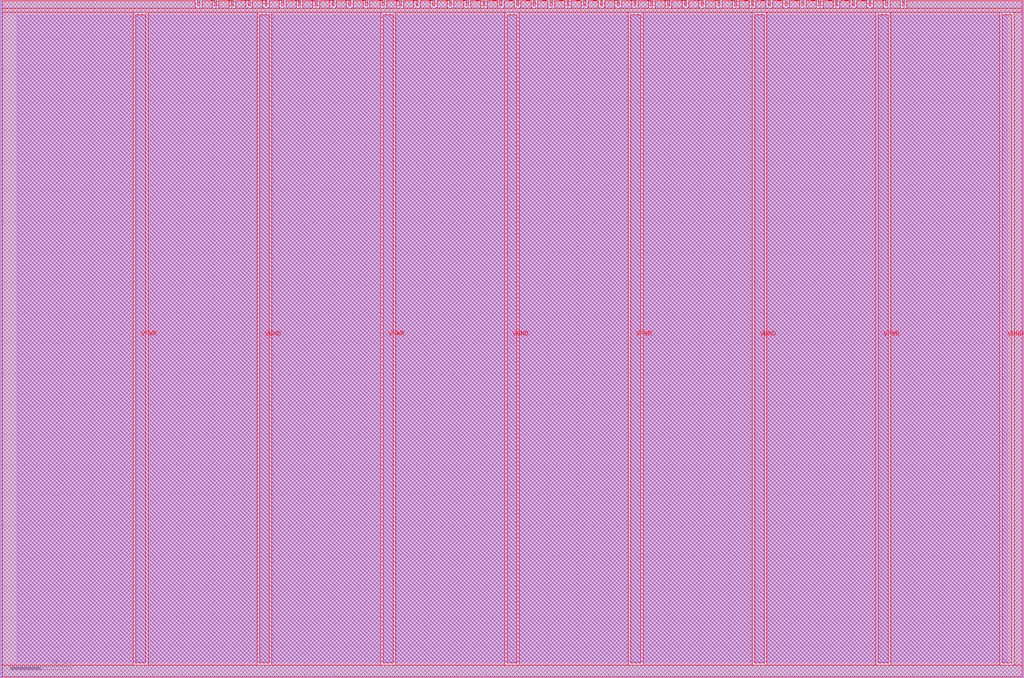
<source format=lef>
VERSION 5.7 ;
  NOWIREEXTENSIONATPIN ON ;
  DIVIDERCHAR "/" ;
  BUSBITCHARS "[]" ;
MACRO tt_um_MichaelBell_spi_peri_dup
  CLASS BLOCK ;
  FOREIGN tt_um_MichaelBell_spi_peri_dup ;
  ORIGIN 0.000 0.000 ;
  SIZE 168.360 BY 111.520 ;
  PIN VGND
    DIRECTION INOUT ;
    USE GROUND ;
    PORT
      LAYER met4 ;
        RECT 42.670 2.480 44.270 109.040 ;
    END
    PORT
      LAYER met4 ;
        RECT 83.380 2.480 84.980 109.040 ;
    END
    PORT
      LAYER met4 ;
        RECT 124.090 2.480 125.690 109.040 ;
    END
    PORT
      LAYER met4 ;
        RECT 164.800 2.480 166.400 109.040 ;
    END
  END VGND
  PIN VPWR
    DIRECTION INOUT ;
    USE POWER ;
    PORT
      LAYER met4 ;
        RECT 22.315 2.480 23.915 109.040 ;
    END
    PORT
      LAYER met4 ;
        RECT 63.025 2.480 64.625 109.040 ;
    END
    PORT
      LAYER met4 ;
        RECT 103.735 2.480 105.335 109.040 ;
    END
    PORT
      LAYER met4 ;
        RECT 144.445 2.480 146.045 109.040 ;
    END
  END VPWR
  PIN clk
    DIRECTION INPUT ;
    USE SIGNAL ;
    ANTENNAGATEAREA 0.213000 ;
    PORT
      LAYER met4 ;
        RECT 145.670 110.520 145.970 111.520 ;
    END
  END clk
  PIN ena
    DIRECTION INPUT ;
    USE SIGNAL ;
    ANTENNAGATEAREA 0.159000 ;
    PORT
      LAYER met4 ;
        RECT 148.430 110.520 148.730 111.520 ;
    END
  END ena
  PIN rst_n
    DIRECTION INPUT ;
    USE SIGNAL ;
    ANTENNAGATEAREA 0.196500 ;
    PORT
      LAYER met4 ;
        RECT 142.910 110.520 143.210 111.520 ;
    END
  END rst_n
  PIN ui_in[0]
    DIRECTION INPUT ;
    USE SIGNAL ;
    ANTENNAGATEAREA 0.852000 ;
    PORT
      LAYER met4 ;
        RECT 140.150 110.520 140.450 111.520 ;
    END
  END ui_in[0]
  PIN ui_in[1]
    DIRECTION INPUT ;
    USE SIGNAL ;
    ANTENNAGATEAREA 0.213000 ;
    PORT
      LAYER met4 ;
        RECT 137.390 110.520 137.690 111.520 ;
    END
  END ui_in[1]
  PIN ui_in[2]
    DIRECTION INPUT ;
    USE SIGNAL ;
    ANTENNAGATEAREA 0.213000 ;
    PORT
      LAYER met4 ;
        RECT 134.630 110.520 134.930 111.520 ;
    END
  END ui_in[2]
  PIN ui_in[3]
    DIRECTION INPUT ;
    USE SIGNAL ;
    ANTENNAGATEAREA 0.213000 ;
    PORT
      LAYER met4 ;
        RECT 131.870 110.520 132.170 111.520 ;
    END
  END ui_in[3]
  PIN ui_in[4]
    DIRECTION INPUT ;
    USE SIGNAL ;
    ANTENNAGATEAREA 0.159000 ;
    PORT
      LAYER met4 ;
        RECT 129.110 110.520 129.410 111.520 ;
    END
  END ui_in[4]
  PIN ui_in[5]
    DIRECTION INPUT ;
    USE SIGNAL ;
    ANTENNAGATEAREA 0.247500 ;
    PORT
      LAYER met4 ;
        RECT 126.350 110.520 126.650 111.520 ;
    END
  END ui_in[5]
  PIN ui_in[6]
    DIRECTION INPUT ;
    USE SIGNAL ;
    PORT
      LAYER met4 ;
        RECT 123.590 110.520 123.890 111.520 ;
    END
  END ui_in[6]
  PIN ui_in[7]
    DIRECTION INPUT ;
    USE SIGNAL ;
    PORT
      LAYER met4 ;
        RECT 120.830 110.520 121.130 111.520 ;
    END
  END ui_in[7]
  PIN uio_in[0]
    DIRECTION INPUT ;
    USE SIGNAL ;
    ANTENNAGATEAREA 0.159000 ;
    PORT
      LAYER met4 ;
        RECT 118.070 110.520 118.370 111.520 ;
    END
  END uio_in[0]
  PIN uio_in[1]
    DIRECTION INPUT ;
    USE SIGNAL ;
    ANTENNAGATEAREA 0.196500 ;
    PORT
      LAYER met4 ;
        RECT 115.310 110.520 115.610 111.520 ;
    END
  END uio_in[1]
  PIN uio_in[2]
    DIRECTION INPUT ;
    USE SIGNAL ;
    ANTENNAGATEAREA 0.196500 ;
    PORT
      LAYER met4 ;
        RECT 112.550 110.520 112.850 111.520 ;
    END
  END uio_in[2]
  PIN uio_in[3]
    DIRECTION INPUT ;
    USE SIGNAL ;
    ANTENNAGATEAREA 0.196500 ;
    PORT
      LAYER met4 ;
        RECT 109.790 110.520 110.090 111.520 ;
    END
  END uio_in[3]
  PIN uio_in[4]
    DIRECTION INPUT ;
    USE SIGNAL ;
    PORT
      LAYER met4 ;
        RECT 107.030 110.520 107.330 111.520 ;
    END
  END uio_in[4]
  PIN uio_in[5]
    DIRECTION INPUT ;
    USE SIGNAL ;
    PORT
      LAYER met4 ;
        RECT 104.270 110.520 104.570 111.520 ;
    END
  END uio_in[5]
  PIN uio_in[6]
    DIRECTION INPUT ;
    USE SIGNAL ;
    PORT
      LAYER met4 ;
        RECT 101.510 110.520 101.810 111.520 ;
    END
  END uio_in[6]
  PIN uio_in[7]
    DIRECTION INPUT ;
    USE SIGNAL ;
    PORT
      LAYER met4 ;
        RECT 98.750 110.520 99.050 111.520 ;
    END
  END uio_in[7]
  PIN uio_oe[0]
    DIRECTION OUTPUT TRISTATE ;
    USE SIGNAL ;
    ANTENNADIFFAREA 0.445500 ;
    PORT
      LAYER met4 ;
        RECT 51.830 110.520 52.130 111.520 ;
    END
  END uio_oe[0]
  PIN uio_oe[1]
    DIRECTION OUTPUT TRISTATE ;
    USE SIGNAL ;
    ANTENNAGATEAREA 0.126000 ;
    ANTENNADIFFAREA 0.891000 ;
    PORT
      LAYER met4 ;
        RECT 49.070 110.520 49.370 111.520 ;
    END
  END uio_oe[1]
  PIN uio_oe[2]
    DIRECTION OUTPUT TRISTATE ;
    USE SIGNAL ;
    ANTENNADIFFAREA 0.445500 ;
    PORT
      LAYER met4 ;
        RECT 46.310 110.520 46.610 111.520 ;
    END
  END uio_oe[2]
  PIN uio_oe[3]
    DIRECTION OUTPUT TRISTATE ;
    USE SIGNAL ;
    ANTENNAGATEAREA 0.565500 ;
    ANTENNADIFFAREA 0.891000 ;
    PORT
      LAYER met4 ;
        RECT 43.550 110.520 43.850 111.520 ;
    END
  END uio_oe[3]
  PIN uio_oe[4]
    DIRECTION OUTPUT TRISTATE ;
    USE SIGNAL ;
    PORT
      LAYER met4 ;
        RECT 40.790 110.520 41.090 111.520 ;
    END
  END uio_oe[4]
  PIN uio_oe[5]
    DIRECTION OUTPUT TRISTATE ;
    USE SIGNAL ;
    PORT
      LAYER met4 ;
        RECT 38.030 110.520 38.330 111.520 ;
    END
  END uio_oe[5]
  PIN uio_oe[6]
    DIRECTION OUTPUT TRISTATE ;
    USE SIGNAL ;
    PORT
      LAYER met4 ;
        RECT 35.270 110.520 35.570 111.520 ;
    END
  END uio_oe[6]
  PIN uio_oe[7]
    DIRECTION OUTPUT TRISTATE ;
    USE SIGNAL ;
    PORT
      LAYER met4 ;
        RECT 32.510 110.520 32.810 111.520 ;
    END
  END uio_oe[7]
  PIN uio_out[0]
    DIRECTION OUTPUT TRISTATE ;
    USE SIGNAL ;
    ANTENNADIFFAREA 1.336500 ;
    PORT
      LAYER met4 ;
        RECT 73.910 110.520 74.210 111.520 ;
    END
  END uio_out[0]
  PIN uio_out[1]
    DIRECTION OUTPUT TRISTATE ;
    USE SIGNAL ;
    ANTENNADIFFAREA 0.891000 ;
    PORT
      LAYER met4 ;
        RECT 71.150 110.520 71.450 111.520 ;
    END
  END uio_out[1]
  PIN uio_out[2]
    DIRECTION OUTPUT TRISTATE ;
    USE SIGNAL ;
    ANTENNADIFFAREA 1.782000 ;
    PORT
      LAYER met4 ;
        RECT 68.390 110.520 68.690 111.520 ;
    END
  END uio_out[2]
  PIN uio_out[3]
    DIRECTION OUTPUT TRISTATE ;
    USE SIGNAL ;
    ANTENNADIFFAREA 1.336500 ;
    PORT
      LAYER met4 ;
        RECT 65.630 110.520 65.930 111.520 ;
    END
  END uio_out[3]
  PIN uio_out[4]
    DIRECTION OUTPUT TRISTATE ;
    USE SIGNAL ;
    ANTENNAGATEAREA 1.984500 ;
    ANTENNADIFFAREA 3.180800 ;
    PORT
      LAYER met4 ;
        RECT 62.870 110.520 63.170 111.520 ;
    END
  END uio_out[4]
  PIN uio_out[5]
    DIRECTION OUTPUT TRISTATE ;
    USE SIGNAL ;
    ANTENNAGATEAREA 1.368000 ;
    ANTENNADIFFAREA 3.180800 ;
    PORT
      LAYER met4 ;
        RECT 60.110 110.520 60.410 111.520 ;
    END
  END uio_out[5]
  PIN uio_out[6]
    DIRECTION OUTPUT TRISTATE ;
    USE SIGNAL ;
    ANTENNAGATEAREA 1.984500 ;
    ANTENNADIFFAREA 3.180800 ;
    PORT
      LAYER met4 ;
        RECT 57.350 110.520 57.650 111.520 ;
    END
  END uio_out[6]
  PIN uio_out[7]
    DIRECTION OUTPUT TRISTATE ;
    USE SIGNAL ;
    ANTENNAGATEAREA 3.465000 ;
    ANTENNADIFFAREA 2.673000 ;
    PORT
      LAYER met4 ;
        RECT 54.590 110.520 54.890 111.520 ;
    END
  END uio_out[7]
  PIN uo_out[0]
    DIRECTION OUTPUT TRISTATE ;
    USE SIGNAL ;
    ANTENNADIFFAREA 0.891000 ;
    PORT
      LAYER met4 ;
        RECT 95.990 110.520 96.290 111.520 ;
    END
  END uo_out[0]
  PIN uo_out[1]
    DIRECTION OUTPUT TRISTATE ;
    USE SIGNAL ;
    ANTENNADIFFAREA 0.891000 ;
    PORT
      LAYER met4 ;
        RECT 93.230 110.520 93.530 111.520 ;
    END
  END uo_out[1]
  PIN uo_out[2]
    DIRECTION OUTPUT TRISTATE ;
    USE SIGNAL ;
    ANTENNADIFFAREA 0.891000 ;
    PORT
      LAYER met4 ;
        RECT 90.470 110.520 90.770 111.520 ;
    END
  END uo_out[2]
  PIN uo_out[3]
    DIRECTION OUTPUT TRISTATE ;
    USE SIGNAL ;
    ANTENNADIFFAREA 1.484000 ;
    PORT
      LAYER met4 ;
        RECT 87.710 110.520 88.010 111.520 ;
    END
  END uo_out[3]
  PIN uo_out[4]
    DIRECTION OUTPUT TRISTATE ;
    USE SIGNAL ;
    ANTENNADIFFAREA 1.484000 ;
    PORT
      LAYER met4 ;
        RECT 84.950 110.520 85.250 111.520 ;
    END
  END uo_out[4]
  PIN uo_out[5]
    DIRECTION OUTPUT TRISTATE ;
    USE SIGNAL ;
    ANTENNADIFFAREA 1.484000 ;
    PORT
      LAYER met4 ;
        RECT 82.190 110.520 82.490 111.520 ;
    END
  END uo_out[5]
  PIN uo_out[6]
    DIRECTION OUTPUT TRISTATE ;
    USE SIGNAL ;
    ANTENNADIFFAREA 0.891000 ;
    PORT
      LAYER met4 ;
        RECT 79.430 110.520 79.730 111.520 ;
    END
  END uo_out[6]
  PIN uo_out[7]
    DIRECTION OUTPUT TRISTATE ;
    USE SIGNAL ;
    ANTENNADIFFAREA 1.782000 ;
    PORT
      LAYER met4 ;
        RECT 76.670 110.520 76.970 111.520 ;
    END
  END uo_out[7]
  OBS
      LAYER li1 ;
        RECT 2.760 2.635 165.600 108.885 ;
      LAYER met1 ;
        RECT 0.070 0.040 168.290 111.480 ;
      LAYER met2 ;
        RECT 0.100 0.010 168.260 111.510 ;
      LAYER met3 ;
        RECT 0.270 0.175 168.090 111.345 ;
      LAYER met4 ;
        RECT 0.295 110.120 32.110 111.345 ;
        RECT 33.210 110.120 34.870 111.345 ;
        RECT 35.970 110.120 37.630 111.345 ;
        RECT 38.730 110.120 40.390 111.345 ;
        RECT 41.490 110.120 43.150 111.345 ;
        RECT 44.250 110.120 45.910 111.345 ;
        RECT 47.010 110.120 48.670 111.345 ;
        RECT 49.770 110.120 51.430 111.345 ;
        RECT 52.530 110.120 54.190 111.345 ;
        RECT 55.290 110.120 56.950 111.345 ;
        RECT 58.050 110.120 59.710 111.345 ;
        RECT 60.810 110.120 62.470 111.345 ;
        RECT 63.570 110.120 65.230 111.345 ;
        RECT 66.330 110.120 67.990 111.345 ;
        RECT 69.090 110.120 70.750 111.345 ;
        RECT 71.850 110.120 73.510 111.345 ;
        RECT 74.610 110.120 76.270 111.345 ;
        RECT 77.370 110.120 79.030 111.345 ;
        RECT 80.130 110.120 81.790 111.345 ;
        RECT 82.890 110.120 84.550 111.345 ;
        RECT 85.650 110.120 87.310 111.345 ;
        RECT 88.410 110.120 90.070 111.345 ;
        RECT 91.170 110.120 92.830 111.345 ;
        RECT 93.930 110.120 95.590 111.345 ;
        RECT 96.690 110.120 98.350 111.345 ;
        RECT 99.450 110.120 101.110 111.345 ;
        RECT 102.210 110.120 103.870 111.345 ;
        RECT 104.970 110.120 106.630 111.345 ;
        RECT 107.730 110.120 109.390 111.345 ;
        RECT 110.490 110.120 112.150 111.345 ;
        RECT 113.250 110.120 114.910 111.345 ;
        RECT 116.010 110.120 117.670 111.345 ;
        RECT 118.770 110.120 120.430 111.345 ;
        RECT 121.530 110.120 123.190 111.345 ;
        RECT 124.290 110.120 125.950 111.345 ;
        RECT 127.050 110.120 128.710 111.345 ;
        RECT 129.810 110.120 131.470 111.345 ;
        RECT 132.570 110.120 134.230 111.345 ;
        RECT 135.330 110.120 136.990 111.345 ;
        RECT 138.090 110.120 139.750 111.345 ;
        RECT 140.850 110.120 142.510 111.345 ;
        RECT 143.610 110.120 145.270 111.345 ;
        RECT 146.370 110.120 148.030 111.345 ;
        RECT 149.130 110.120 168.065 111.345 ;
        RECT 0.295 109.440 168.065 110.120 ;
        RECT 0.295 2.080 21.915 109.440 ;
        RECT 24.315 2.080 42.270 109.440 ;
        RECT 44.670 2.080 62.625 109.440 ;
        RECT 65.025 2.080 82.980 109.440 ;
        RECT 85.380 2.080 103.335 109.440 ;
        RECT 105.735 2.080 123.690 109.440 ;
        RECT 126.090 2.080 144.045 109.440 ;
        RECT 146.445 2.080 164.400 109.440 ;
        RECT 166.800 2.080 168.065 109.440 ;
        RECT 0.295 0.175 168.065 2.080 ;
  END
END tt_um_MichaelBell_spi_peri_dup
END LIBRARY


</source>
